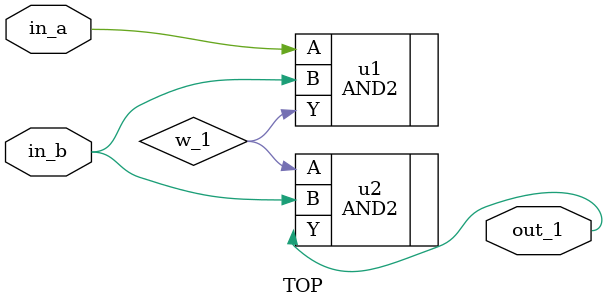
<source format=v>
module TOP (in_a, in_b, out_1);
  input in_a, in_b;
  output out_1;
  wire   w_1;

AND2 u1 (.Y(w_1), .A(in_a), .B(in_b));
AND2 u2 (.Y(out_1), .A(w_1), .B(in_b));
endmodule


</source>
